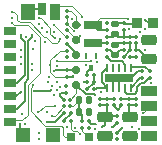
<source format=gbr>
%TF.GenerationSoftware,KiCad,Pcbnew,8.0.7*%
%TF.CreationDate,2025-01-06T01:22:00-08:00*%
%TF.ProjectId,Miniscope-v4-Wire-Free,4d696e69-7363-46f7-9065-2d76342d5769,rev?*%
%TF.SameCoordinates,Original*%
%TF.FileFunction,Copper,L1,Top*%
%TF.FilePolarity,Positive*%
%FSLAX46Y46*%
G04 Gerber Fmt 4.6, Leading zero omitted, Abs format (unit mm)*
G04 Created by KiCad (PCBNEW 8.0.7) date 2025-01-06 01:22:00*
%MOMM*%
%LPD*%
G01*
G04 APERTURE LIST*
G04 Aperture macros list*
%AMRoundRect*
0 Rectangle with rounded corners*
0 $1 Rounding radius*
0 $2 $3 $4 $5 $6 $7 $8 $9 X,Y pos of 4 corners*
0 Add a 4 corners polygon primitive as box body*
4,1,4,$2,$3,$4,$5,$6,$7,$8,$9,$2,$3,0*
0 Add four circle primitives for the rounded corners*
1,1,$1+$1,$2,$3*
1,1,$1+$1,$4,$5*
1,1,$1+$1,$6,$7*
1,1,$1+$1,$8,$9*
0 Add four rect primitives between the rounded corners*
20,1,$1+$1,$2,$3,$4,$5,0*
20,1,$1+$1,$4,$5,$6,$7,0*
20,1,$1+$1,$6,$7,$8,$9,0*
20,1,$1+$1,$8,$9,$2,$3,0*%
G04 Aperture macros list end*
%TA.AperFunction,SMDPad,CuDef*%
%ADD10RoundRect,0.077500X-0.077500X-0.092500X0.077500X-0.092500X0.077500X0.092500X-0.077500X0.092500X0*%
%TD*%
%TA.AperFunction,SMDPad,CuDef*%
%ADD11R,1.200000X1.150000*%
%TD*%
%TA.AperFunction,SMDPad,CuDef*%
%ADD12R,1.200000X1.450000*%
%TD*%
%TA.AperFunction,SMDPad,CuDef*%
%ADD13R,0.700000X1.000000*%
%TD*%
%TA.AperFunction,SMDPad,CuDef*%
%ADD14R,0.900000X1.400000*%
%TD*%
%TA.AperFunction,SMDPad,CuDef*%
%ADD15R,1.000000X0.700000*%
%TD*%
%TA.AperFunction,SMDPad,CuDef*%
%ADD16R,1.320800X0.812800*%
%TD*%
%TA.AperFunction,SMDPad,CuDef*%
%ADD17RoundRect,0.145000X0.145000X0.170000X-0.145000X0.170000X-0.145000X-0.170000X0.145000X-0.170000X0*%
%TD*%
%TA.AperFunction,SMDPad,CuDef*%
%ADD18RoundRect,0.077500X0.092500X-0.077500X0.092500X0.077500X-0.092500X0.077500X-0.092500X-0.077500X0*%
%TD*%
%TA.AperFunction,SMDPad,CuDef*%
%ADD19RoundRect,0.077500X-0.092500X0.077500X-0.092500X-0.077500X0.092500X-0.077500X0.092500X0.077500X0*%
%TD*%
%TA.AperFunction,SMDPad,CuDef*%
%ADD20RoundRect,0.077500X0.077500X0.092500X-0.077500X0.092500X-0.077500X-0.092500X0.077500X-0.092500X0*%
%TD*%
%TA.AperFunction,SMDPad,CuDef*%
%ADD21RoundRect,0.232500X0.427500X-0.232500X0.427500X0.232500X-0.427500X0.232500X-0.427500X-0.232500X0*%
%TD*%
%TA.AperFunction,SMDPad,CuDef*%
%ADD22RoundRect,0.145000X-0.170000X0.145000X-0.170000X-0.145000X0.170000X-0.145000X0.170000X0.145000X0*%
%TD*%
%TA.AperFunction,SMDPad,CuDef*%
%ADD23RoundRect,0.222500X0.222500X0.237500X-0.222500X0.237500X-0.222500X-0.237500X0.222500X-0.237500X0*%
%TD*%
%TA.AperFunction,SMDPad,CuDef*%
%ADD24R,1.500000X0.800000*%
%TD*%
%TA.AperFunction,SMDPad,CuDef*%
%ADD25R,0.270000X0.640000*%
%TD*%
%TA.AperFunction,SMDPad,CuDef*%
%ADD26R,2.390000X0.640000*%
%TD*%
%TA.AperFunction,SMDPad,CuDef*%
%ADD27R,0.210000X0.490000*%
%TD*%
%TA.AperFunction,SMDPad,CuDef*%
%ADD28R,0.300000X0.490000*%
%TD*%
%TA.AperFunction,SMDPad,CuDef*%
%ADD29C,0.700000*%
%TD*%
%TA.AperFunction,SMDPad,CuDef*%
%ADD30R,0.770000X0.710000*%
%TD*%
%TA.AperFunction,ViaPad*%
%ADD31C,0.254000*%
%TD*%
%TA.AperFunction,ViaPad*%
%ADD32C,0.304800*%
%TD*%
%TA.AperFunction,Conductor*%
%ADD33C,0.101600*%
%TD*%
%TA.AperFunction,Conductor*%
%ADD34C,0.152400*%
%TD*%
G04 APERTURE END LIST*
D10*
%TO.P,R21,1*%
%TO.N,+1V8*%
X84761600Y-66448000D03*
%TO.P,R21,2*%
%TO.N,/nRESET*%
X85311600Y-66448000D03*
%TD*%
D11*
%TO.P,J1,G1,GND*%
%TO.N,GND*%
X81300000Y-69425000D03*
%TO.P,J1,G2,GND*%
X83890000Y-69425000D03*
D12*
%TO.P,J1,G3,GND*%
X81740000Y-59025000D03*
D13*
%TO.P,J1,G4,POL*%
X82890000Y-58800000D03*
D14*
%TO.P,J1,G5,DET*%
%TO.N,/SD_DET*%
X84040000Y-59000000D03*
D15*
%TO.P,J1,P1,DAT2*%
%TO.N,/SD_DAT2*%
X80250000Y-60650000D03*
%TO.P,J1,P2,CD/DAT3*%
%TO.N,/SD_DAT3*%
X80250000Y-61750000D03*
%TO.P,J1,P3,CMD*%
%TO.N,/SD_CMD*%
X80250000Y-62850000D03*
%TO.P,J1,P4,VDD*%
%TO.N,+3V3*%
X80250000Y-63950000D03*
%TO.P,J1,P5,CLK*%
%TO.N,/SD_CLK*%
X80250000Y-65050000D03*
%TO.P,J1,P6,VSS*%
%TO.N,GND*%
X80250000Y-66150000D03*
%TO.P,J1,P7,DAT0*%
%TO.N,/SD_DAT0*%
X80250000Y-67250000D03*
%TO.P,J1,P8,DAT1*%
%TO.N,/SD_DAT1*%
X80250000Y-68350000D03*
%TD*%
D16*
%TO.P,J2,1,Pin_1*%
%TO.N,GND*%
X91973000Y-69576900D03*
%TO.P,J2,2,Pin_2*%
%TO.N,/UART_RX*%
X91973000Y-68306900D03*
%TO.P,J2,3,Pin_3*%
%TO.N,/UART_TX*%
X91973000Y-67036900D03*
%TO.P,J2,4,Pin_4*%
%TO.N,/USB_VBUS*%
X91973000Y-65766900D03*
%TD*%
D17*
%TO.P,C2,1*%
%TO.N,VDC*%
X86933200Y-67468000D03*
%TO.P,C2,2*%
%TO.N,GND*%
X86043200Y-67468000D03*
%TD*%
D18*
%TO.P,C3,1*%
%TO.N,+1V8*%
X87807400Y-66918200D03*
%TO.P,C3,2*%
%TO.N,Net-(C3-Pad2)*%
X87807400Y-66368200D03*
%TD*%
%TO.P,C4,1*%
%TO.N,+3V3*%
X90857000Y-66917500D03*
%TO.P,C4,2*%
%TO.N,Net-(C4-Pad2)*%
X90857000Y-66367500D03*
%TD*%
%TO.P,C5,1*%
%TO.N,VDC*%
X89307600Y-69800400D03*
%TO.P,C5,2*%
%TO.N,GND*%
X89307600Y-69250400D03*
%TD*%
%TO.P,C13,1*%
%TO.N,+3V3*%
X91424700Y-64614800D03*
%TO.P,C13,2*%
%TO.N,GND*%
X91424700Y-64064800D03*
%TD*%
%TO.P,C17,1*%
%TO.N,Net-(C17-Pad1)*%
X88418600Y-62840800D03*
%TO.P,C17,2*%
%TO.N,GND*%
X88418600Y-62290800D03*
%TD*%
%TO.P,C42,1*%
%TO.N,/VDD_PIX*%
X85013400Y-64517200D03*
%TO.P,C42,2*%
%TO.N,GND*%
X85013400Y-63967200D03*
%TD*%
%TO.P,C43,1*%
%TO.N,+1V8*%
X84988000Y-65863400D03*
%TO.P,C43,2*%
%TO.N,GND*%
X84988000Y-65313400D03*
%TD*%
D19*
%TO.P,C45,1*%
%TO.N,/VDD_PIX*%
X85038800Y-62316200D03*
%TO.P,C45,2*%
%TO.N,GND*%
X85038800Y-62866200D03*
%TD*%
D18*
%TO.P,C46,1*%
%TO.N,+1V8*%
X85013400Y-61723200D03*
%TO.P,C46,2*%
%TO.N,GND*%
X85013400Y-61173200D03*
%TD*%
D10*
%TO.P,C47,1*%
%TO.N,+3V3*%
X84761600Y-67032200D03*
%TO.P,C47,2*%
%TO.N,GND*%
X85311600Y-67032200D03*
%TD*%
D20*
%TO.P,R1,1*%
%TO.N,Net-(R1-Pad1)*%
X86861000Y-68230000D03*
%TO.P,R1,2*%
%TO.N,GND*%
X86311000Y-68230000D03*
%TD*%
D10*
%TO.P,R2,1*%
%TO.N,Net-(D2-Pad2)*%
X86311000Y-68843400D03*
%TO.P,R2,2*%
%TO.N,VDC*%
X86861000Y-68843400D03*
%TD*%
D18*
%TO.P,R3,1*%
%TO.N,+1V8*%
X88418600Y-66917500D03*
%TO.P,R3,2*%
%TO.N,Net-(C3-Pad2)*%
X88418600Y-66367500D03*
%TD*%
%TO.P,R5,1*%
%TO.N,GND*%
X89026600Y-66917500D03*
%TO.P,R5,2*%
%TO.N,Net-(C3-Pad2)*%
X89026600Y-66367500D03*
%TD*%
%TO.P,R6,1*%
%TO.N,GND*%
X89637800Y-66917500D03*
%TO.P,R6,2*%
%TO.N,Net-(C4-Pad2)*%
X89637800Y-66367500D03*
%TD*%
D21*
%TO.P,L2,1*%
%TO.N,Net-(L2-Pad1)*%
X90374400Y-69532600D03*
%TO.P,L2,2*%
%TO.N,+3V3*%
X90374400Y-67892600D03*
%TD*%
D18*
%TO.P,C18,1*%
%TO.N,/XIN32*%
X88418600Y-61702200D03*
%TO.P,C18,2*%
%TO.N,GND*%
X88418600Y-61152200D03*
%TD*%
%TO.P,C23,1*%
%TO.N,/VDDCORE*%
X90907800Y-61697800D03*
%TO.P,C23,2*%
%TO.N,GND*%
X90907800Y-61147800D03*
%TD*%
D19*
%TO.P,C29,1*%
%TO.N,/VDDCORE*%
X90907800Y-62290800D03*
%TO.P,C29,2*%
%TO.N,GND*%
X90907800Y-62840800D03*
%TD*%
D18*
%TO.P,C19,1*%
%TO.N,+1V8*%
X90374400Y-61697800D03*
%TO.P,C19,2*%
%TO.N,GND*%
X90374400Y-61147800D03*
%TD*%
%TO.P,C22,1*%
%TO.N,+1V8*%
X89841000Y-62840800D03*
%TO.P,C22,2*%
%TO.N,GND*%
X89841000Y-62290800D03*
%TD*%
D19*
%TO.P,C25,1*%
%TO.N,+1V8*%
X90374400Y-62290800D03*
%TO.P,C25,2*%
%TO.N,GND*%
X90374400Y-62840800D03*
%TD*%
D22*
%TO.P,C26,1*%
%TO.N,/VDDA*%
X89129800Y-60025800D03*
%TO.P,C26,2*%
%TO.N,GND*%
X89129800Y-60915800D03*
%TD*%
D18*
%TO.P,C28,1*%
%TO.N,+1V8*%
X89841000Y-61697800D03*
%TO.P,C28,2*%
%TO.N,GND*%
X89841000Y-61147800D03*
%TD*%
D22*
%TO.P,C35,1*%
%TO.N,+1V8*%
X89129800Y-61816000D03*
%TO.P,C35,2*%
%TO.N,GND*%
X89129800Y-62706000D03*
%TD*%
D23*
%TO.P,L3,1*%
%TO.N,+1V8*%
X92293400Y-59988400D03*
%TO.P,L3,2*%
%TO.N,/VDDA*%
X90963400Y-59988400D03*
%TD*%
D18*
%TO.P,R11,1*%
%TO.N,+1V8*%
X85013400Y-59460760D03*
%TO.P,R11,2*%
%TO.N,/SWCLK*%
X85013400Y-58910760D03*
%TD*%
D19*
%TO.P,R12,1*%
%TO.N,+1V8*%
X85008320Y-60043600D03*
%TO.P,R12,2*%
%TO.N,/SWDIO*%
X85008320Y-60593600D03*
%TD*%
D20*
%TO.P,R13,1*%
%TO.N,/BAT+*%
X85337000Y-68230000D03*
%TO.P,R13,2*%
%TO.N,/ADC0*%
X84787000Y-68230000D03*
%TD*%
%TO.P,R14,1*%
%TO.N,/ADC0*%
X85340800Y-67620400D03*
%TO.P,R14,2*%
%TO.N,GND*%
X84790800Y-67620400D03*
%TD*%
D24*
%TO.P,Y2,1,1*%
%TO.N,/XIN32*%
X87250200Y-61664800D03*
%TO.P,Y2,2,2*%
%TO.N,/XOUT32*%
X87250200Y-60164800D03*
%TD*%
D21*
%TO.P,L5,1*%
%TO.N,/VDDCORE*%
X91988240Y-63028360D03*
%TO.P,L5,2*%
%TO.N,Net-(L5-Pad2)*%
X91988240Y-61388360D03*
%TD*%
D18*
%TO.P,C20,1*%
%TO.N,/XOUT32*%
X88418600Y-60559200D03*
%TO.P,C20,2*%
%TO.N,GND*%
X88418600Y-60009200D03*
%TD*%
D17*
%TO.P,C1,1*%
%TO.N,/USB_VBUS*%
X86933200Y-66502800D03*
%TO.P,C1,2*%
%TO.N,GND*%
X86043200Y-66502800D03*
%TD*%
D18*
%TO.P,R4,1*%
%TO.N,+3V3*%
X90247400Y-66917500D03*
%TO.P,R4,2*%
%TO.N,Net-(C4-Pad2)*%
X90247400Y-66367500D03*
%TD*%
D25*
%TO.P,U3,1,CP*%
%TO.N,Net-(C15-Pad1)*%
X90434600Y-63757800D03*
%TO.P,U3,2,eCPO*%
%TO.N,Net-(C17-Pad1)*%
X89934600Y-63757800D03*
%TO.P,U3,3,I_LED*%
%TO.N,/I_LED*%
X89434600Y-63757800D03*
%TO.P,U3,4,ENT*%
%TO.N,/ENT*%
X88934600Y-63757800D03*
%TO.P,U3,5,I_SETT*%
%TO.N,/I_SET*%
X88434600Y-63757800D03*
%TO.P,U3,6,I_SETF*%
X88434600Y-65437800D03*
%TO.P,U3,7,ENF*%
%TO.N,GND*%
X88934600Y-65437800D03*
%TO.P,U3,8,GND*%
X89434600Y-65437800D03*
%TO.P,U3,9,CM*%
%TO.N,Net-(C15-Pad2)*%
X89934600Y-65437800D03*
%TO.P,U3,10,VIN*%
%TO.N,+3V3*%
X90434600Y-65437800D03*
D26*
%TO.P,U3,11,GND*%
%TO.N,GND*%
X89434600Y-64597800D03*
%TD*%
D27*
%TO.P,Q1,1,G*%
%TO.N,/LED_PWM*%
X87472400Y-62746600D03*
%TO.P,Q1,2,S*%
%TO.N,GND*%
X86672400Y-62746600D03*
D28*
%TO.P,Q1,3,D*%
%TO.N,Net-(Q1-Pad3)*%
X87072400Y-63756600D03*
%TD*%
D20*
%TO.P,C14,1*%
%TO.N,Net-(C14-Pad1)*%
X87305500Y-65000200D03*
%TO.P,C14,2*%
%TO.N,GND*%
X86755500Y-65000200D03*
%TD*%
%TO.P,R10,1*%
%TO.N,/I_SET*%
X87318200Y-65584400D03*
%TO.P,R10,2*%
%TO.N,Net-(C14-Pad1)*%
X86768200Y-65584400D03*
%TD*%
%TO.P,R9,1*%
%TO.N,Net-(C14-Pad1)*%
X87305500Y-64403300D03*
%TO.P,R9,2*%
%TO.N,Net-(Q1-Pad3)*%
X86755500Y-64403300D03*
%TD*%
D21*
%TO.P,L1,1*%
%TO.N,Net-(L1-Pad1)*%
X88215400Y-69532600D03*
%TO.P,L1,2*%
%TO.N,+1V8*%
X88215400Y-67892600D03*
%TD*%
D29*
%TO.P,J5,1,Pin_1*%
%TO.N,GND*%
X85828800Y-63911800D03*
%TD*%
%TO.P,J7,1,Pin_1*%
%TO.N,/SWCLK*%
X85828800Y-60101800D03*
%TD*%
%TO.P,J6,1,Pin_1*%
%TO.N,+1V8*%
X85828800Y-62641800D03*
%TD*%
%TO.P,J8,1,Pin_1*%
%TO.N,/nRESET*%
X85828800Y-65181800D03*
%TD*%
%TO.P,J4,1,Pin_1*%
%TO.N,/SWDIO*%
X85828800Y-61371800D03*
%TD*%
D30*
%TO.P,D2,1,K*%
%TO.N,Net-(D2-Pad1)*%
X85398800Y-69648400D03*
%TO.P,D2,2,A*%
%TO.N,Net-(D2-Pad2)*%
X86858800Y-69648400D03*
%TD*%
D19*
%TO.P,C24,1*%
%TO.N,/VDDA*%
X89841000Y-60000400D03*
%TO.P,C24,2*%
%TO.N,GND*%
X89841000Y-60550400D03*
%TD*%
%TO.P,C15,1*%
%TO.N,Net-(C15-Pad1)*%
X92047000Y-64064800D03*
%TO.P,C15,2*%
%TO.N,Net-(C15-Pad2)*%
X92047000Y-64614800D03*
%TD*%
D18*
%TO.P,R20,1*%
%TO.N,/nCHRG*%
X89303800Y-68424800D03*
%TO.P,R20,2*%
%TO.N,+1V8*%
X89303800Y-67874800D03*
%TD*%
D31*
%TO.N,Net-(R22-Pad1)*%
X84046000Y-66989600D03*
D32*
X82598200Y-67540200D03*
D31*
%TO.N,GND*%
X85049800Y-62858600D03*
D32*
X86131000Y-67544900D03*
X83210000Y-61537800D03*
X81051000Y-68497400D03*
X83946500Y-60170600D03*
X83819600Y-69551500D03*
X85474133Y-59612893D03*
D31*
X89129800Y-60915800D03*
D32*
X82090200Y-63476200D03*
X88417000Y-59963000D03*
D31*
X84999000Y-65322400D03*
D32*
X85032200Y-68810200D03*
X82079700Y-63988900D03*
X83349700Y-68357700D03*
X82625800Y-69275800D03*
X81889200Y-58464400D03*
X83932200Y-66033600D03*
D31*
X89698000Y-68853000D03*
X89850400Y-62299800D03*
D32*
X85722400Y-68835600D03*
D31*
X90907800Y-62840800D03*
D32*
X91615200Y-69707000D03*
X89318700Y-67316300D03*
X86446800Y-64941400D03*
X90282200Y-64535000D03*
X92060200Y-69335600D03*
X83556203Y-64504598D03*
X81127200Y-62274400D03*
X83957611Y-64010396D03*
D31*
X86672400Y-62754000D03*
D32*
X81571700Y-61131400D03*
X81114500Y-65779600D03*
%TO.N,/SD_DAT2*%
X79844500Y-60890100D03*
%TO.N,/SD_DAT3*%
X80187400Y-61741000D03*
%TO.N,/SD_DAT0*%
X82067000Y-61017100D03*
%TO.N,/SD_CMD*%
X79971500Y-62769700D03*
%TO.N,/SD_CLK*%
X81130607Y-61000993D03*
%TO.N,/SD_DAT1*%
X80352500Y-59937600D03*
%TO.N,/USB_VBUS*%
X86933200Y-66502800D03*
D31*
X91983500Y-65774900D03*
D32*
%TO.N,/SWCLK*%
X86154200Y-60123400D03*
%TO.N,/SWDIO*%
X86116600Y-61029800D03*
%TO.N,+1V8*%
X84160800Y-63595200D03*
X91676174Y-59683600D03*
X81508200Y-68522800D03*
D31*
X85828800Y-62641800D03*
D32*
X87920000Y-65805000D03*
X84465600Y-66006475D03*
X81114500Y-63447200D03*
X91145275Y-68904400D03*
D31*
X90374400Y-61697800D03*
D32*
X88021597Y-68785053D03*
X85664425Y-60683005D03*
X91676198Y-62223610D03*
X82143200Y-62210900D03*
X82706100Y-60017900D03*
%TO.N,/SPI1_MOSI*%
X83451300Y-64966800D03*
%TO.N,/SPI1_MISO*%
X83787717Y-65298375D03*
%TO.N,/SDMMC1_D0*%
X82884880Y-60430360D03*
%TO.N,/SDMMC1_D1*%
X82675813Y-59581213D03*
X83982160Y-61273640D03*
%TO.N,/SDMMC1_D3*%
X84454600Y-61359968D03*
X80365202Y-59074000D03*
%TO.N,/SDMMC1_CMD*%
X80377900Y-59505800D03*
%TO.N,/SDMMC1_CK*%
X82346400Y-61461600D03*
D31*
%TO.N,+3V3*%
X90079000Y-67913200D03*
D32*
X80035000Y-63950800D03*
X83792000Y-67802000D03*
D31*
X90434600Y-65576400D03*
D32*
X83946500Y-60720600D03*
X81114500Y-62833200D03*
X81216100Y-67684600D03*
X83311500Y-60720600D03*
X83652687Y-65681699D03*
X82259295Y-65741708D03*
X91424700Y-64644610D03*
D31*
%TO.N,/LED_PWM*%
X87472400Y-62746600D03*
D32*
X91245317Y-60771100D03*
D31*
%TO.N,VDC*%
X86861000Y-68843400D03*
D32*
X87043200Y-67349700D03*
X82625800Y-69830900D03*
X89307600Y-69800400D03*
D31*
%TO.N,/ENT*%
X88936000Y-63747600D03*
D32*
X90290855Y-60437692D03*
%TO.N,/VDD_PIX*%
X85546000Y-64489600D03*
X83627400Y-63519002D03*
%TO.N,Net-(C3-Pad2)*%
X87808100Y-66367500D03*
%TO.N,Net-(C4-Pad2)*%
X90857000Y-66367500D03*
%TO.N,/VDDA*%
X89129800Y-60025800D03*
%TO.N,Net-(R1-Pad1)*%
X87449600Y-68480000D03*
%TO.N,Net-(D2-Pad1)*%
X82191800Y-65254200D03*
%TO.N,/RESET_N*%
X84480000Y-65346075D03*
X86614267Y-63531700D03*
%TO.N,/TRIGGER0*%
X87550000Y-63250000D03*
X84165513Y-65676275D03*
%TO.N,/MONITOR0*%
X83334800Y-67471800D03*
%TO.N,/BAT+*%
X86125873Y-69346527D03*
%TO.N,Net-(L1-Pad1)*%
X87945402Y-69462600D03*
%TO.N,Net-(L2-Pad1)*%
X90614100Y-69513400D03*
%TO.N,/XIN32*%
X91628400Y-60466300D03*
D31*
X88418600Y-61702200D03*
D32*
%TO.N,/XOUT32*%
X90167400Y-59640800D03*
%TO.N,/VDDCORE*%
X91589800Y-62993600D03*
%TO.N,/nRESET*%
X87437400Y-66084400D03*
%TO.N,Net-(L5-Pad2)*%
X91615200Y-61410790D03*
%TO.N,/CLK1_OUT*%
X84150000Y-63150000D03*
X87058100Y-63224392D03*
D31*
%TO.N,/ADC0*%
X85340800Y-67650200D03*
D32*
X90536200Y-68776800D03*
%TO.N,/PCC_DATA7*%
X84175200Y-65002360D03*
D31*
%TO.N,/I_LED*%
X89443500Y-63730200D03*
D32*
X92123196Y-65025600D03*
%TO.N,/UART_RX*%
X91704600Y-68319600D03*
%TO.N,/UART_TX*%
X91441871Y-67629458D03*
%TO.N,/SD_DET*%
X86281200Y-59488402D03*
%TO.N,/nCHRG*%
X88872000Y-68810200D03*
X87398800Y-68962600D03*
%TD*%
D33*
%TO.N,Net-(R22-Pad1)*%
X83148800Y-66989600D02*
X84046000Y-66989600D01*
X82598200Y-67540200D02*
X83148800Y-66989600D01*
%TO.N,GND*%
X85311600Y-67032200D02*
X85513800Y-67032200D01*
D34*
X89434600Y-64597800D02*
X90374600Y-64597800D01*
X89841000Y-62290800D02*
X89545000Y-62290800D01*
X90907800Y-61147800D02*
X90374400Y-61147800D01*
D33*
X85513800Y-67032200D02*
X86043200Y-66502800D01*
D34*
X88418600Y-61152200D02*
X88893400Y-61152200D01*
X84790800Y-67620400D02*
X84053500Y-68357700D01*
D33*
X85013400Y-61173200D02*
X84949100Y-61173200D01*
D34*
X85773400Y-63967200D02*
X85828800Y-63911800D01*
X86311000Y-67735800D02*
X86043200Y-67468000D01*
X89545000Y-62290800D02*
X89129800Y-62706000D01*
X85996800Y-66456400D02*
X86043200Y-66502800D01*
X89128900Y-64597800D02*
X89434600Y-64597800D01*
X90374400Y-62840800D02*
X90907800Y-62840800D01*
X85038800Y-62866200D02*
X85042200Y-62866200D01*
X84053500Y-68357700D02*
X83349700Y-68357700D01*
X84988000Y-65313400D02*
X84990000Y-65313400D01*
X80250000Y-66150000D02*
X80744100Y-66150000D01*
X89637800Y-66917500D02*
X89637800Y-66997200D01*
X86311000Y-68230000D02*
X86311000Y-67735800D01*
X86672400Y-62754000D02*
X86675400Y-62757000D01*
X88934600Y-64792100D02*
X89128900Y-64597800D01*
X89291600Y-69259400D02*
X89698000Y-68853000D01*
X84990000Y-65313400D02*
X84999000Y-65322400D01*
X89841400Y-62290800D02*
X89850400Y-62299800D01*
X88714600Y-62290800D02*
X89129800Y-62706000D01*
X85013400Y-63967200D02*
X85773400Y-63967200D01*
X80744100Y-66150000D02*
X81114500Y-65779600D01*
X86755500Y-64996100D02*
X86751600Y-64992200D01*
X89026600Y-66917500D02*
X89026600Y-67024200D01*
X88934600Y-65437800D02*
X88934600Y-64792100D01*
D33*
X86672400Y-62746600D02*
X86672400Y-62754000D01*
D34*
X85042200Y-62866200D02*
X85049800Y-62858600D01*
X89841000Y-61147800D02*
X89361800Y-61147800D01*
X89361800Y-61147800D02*
X89129800Y-60915800D01*
D33*
X89300600Y-69250400D02*
X89291600Y-69259400D01*
D34*
X84000807Y-63967200D02*
X83957611Y-64010396D01*
X81300000Y-69425000D02*
X81051000Y-69176000D01*
X89434600Y-65437800D02*
X89434600Y-64597800D01*
D33*
X86505600Y-65000200D02*
X86446800Y-64941400D01*
D34*
X88418600Y-62290800D02*
X88714600Y-62290800D01*
X90374600Y-64597800D02*
X90434100Y-64657300D01*
X81051000Y-69176000D02*
X81051000Y-68497400D01*
X86755500Y-65000200D02*
X86755500Y-64996100D01*
X90374400Y-61147800D02*
X89841000Y-61147800D01*
X82890000Y-58800000D02*
X81965000Y-58800000D01*
D33*
X89307600Y-69250400D02*
X89300600Y-69250400D01*
D34*
X85013400Y-63967200D02*
X84000807Y-63967200D01*
X81965000Y-58800000D02*
X81740000Y-59025000D01*
X89841000Y-62290800D02*
X89841400Y-62290800D01*
X88893400Y-61152200D02*
X89129800Y-60915800D01*
X89841000Y-61147800D02*
X89841000Y-60550400D01*
X91026600Y-64064800D02*
X90434100Y-64657300D01*
D33*
X84949100Y-61173200D02*
X83946500Y-60170600D01*
D34*
X89026600Y-67024200D02*
X89318700Y-67316300D01*
X91424700Y-64064800D02*
X91026600Y-64064800D01*
X89637800Y-66997200D02*
X89318700Y-67316300D01*
D33*
X86755500Y-65000200D02*
X86505600Y-65000200D01*
D34*
X86043200Y-66502800D02*
X86043200Y-67468000D01*
%TO.N,/SD_DAT0*%
X80798100Y-67250000D02*
X80250000Y-67250000D01*
X81455189Y-65016547D02*
X81455189Y-66592911D01*
X82067000Y-61017100D02*
X82067000Y-61193200D01*
X81736810Y-61523390D02*
X81736810Y-64734926D01*
X81736810Y-64734926D02*
X81455189Y-65016547D01*
X82067000Y-61193200D02*
X81736810Y-61523390D01*
X81455189Y-66592911D02*
X80798100Y-67250000D01*
%TO.N,/SD_CLK*%
X81482800Y-64393600D02*
X80826400Y-65050000D01*
X81130607Y-61200007D02*
X81482800Y-61552200D01*
X81482800Y-61552200D02*
X81482800Y-64393600D01*
X80826400Y-65050000D02*
X80250000Y-65050000D01*
X81130607Y-61000993D02*
X81130607Y-61200007D01*
D33*
%TO.N,/SD_DAT1*%
X82763800Y-61156800D02*
X82763800Y-64166700D01*
X80407401Y-68192599D02*
X80250000Y-68350000D01*
X82763800Y-64166700D02*
X81722400Y-65208100D01*
X81722400Y-67722700D02*
X81252501Y-68192599D01*
X81252501Y-68192599D02*
X80407401Y-68192599D01*
X81735100Y-60128100D02*
X82763800Y-61156800D01*
X80543000Y-60128100D02*
X81735100Y-60128100D01*
X81722400Y-65208100D02*
X81722400Y-67722700D01*
D34*
X80631900Y-68116400D02*
X80403300Y-68345000D01*
D33*
X80352500Y-59937600D02*
X80543000Y-60128100D01*
D34*
%TO.N,/USB_VBUS*%
X91975500Y-65766900D02*
X91983500Y-65774900D01*
X91973000Y-65766900D02*
X91975500Y-65766900D01*
D33*
%TO.N,/SWCLK*%
X85828800Y-59395800D02*
X85343760Y-58910760D01*
X85343760Y-58910760D02*
X85013400Y-58910760D01*
X85828800Y-60101800D02*
X85828800Y-60118600D01*
X85828800Y-60118600D02*
X85824000Y-60123400D01*
X85828800Y-60101800D02*
X85828800Y-59395800D01*
%TO.N,/SWDIO*%
X86000000Y-61200600D02*
X85828800Y-61371800D01*
X85828800Y-61371800D02*
X86032900Y-61575900D01*
X85478801Y-61021801D02*
X85436521Y-61021801D01*
X85828800Y-61553109D02*
X85851600Y-61575909D01*
X85436521Y-61021801D02*
X85008320Y-60593600D01*
X85828800Y-61371800D02*
X85478801Y-61021801D01*
X86120000Y-61080600D02*
X85828800Y-61371800D01*
X85828800Y-61317600D02*
X86116600Y-61029800D01*
X85828800Y-61371800D02*
X85828800Y-61317600D01*
X85050600Y-60593600D02*
X85008320Y-60593600D01*
X85828800Y-61371800D02*
X85828800Y-61553109D01*
D34*
%TO.N,+1V8*%
X85828800Y-62641800D02*
X85828800Y-62538600D01*
X92201120Y-60008720D02*
X92001294Y-60008720D01*
D33*
X85013400Y-59460760D02*
X85013400Y-60038520D01*
D34*
X84465600Y-66152000D02*
X84761600Y-66448000D01*
D33*
X85013400Y-60038520D02*
X85008320Y-60043600D01*
D34*
X87808100Y-66917500D02*
X87807400Y-66918200D01*
D33*
X85008320Y-60043600D02*
X85025020Y-60043600D01*
D34*
X88418600Y-66917500D02*
X88418600Y-67689400D01*
X84608675Y-65863400D02*
X84465600Y-66006475D01*
X85828800Y-62538600D02*
X85013400Y-61723200D01*
X88418600Y-66917500D02*
X87808100Y-66917500D01*
X84465600Y-66006475D02*
X84465600Y-66152000D01*
X89841000Y-62824200D02*
X90374400Y-62290800D01*
X89303800Y-67874800D02*
X88233200Y-67874800D01*
X89841000Y-61697800D02*
X90374400Y-61697800D01*
X89248000Y-61697800D02*
X89129800Y-61816000D01*
X90374400Y-61697800D02*
X90374400Y-62290800D01*
X88215400Y-67892600D02*
X88215400Y-68591250D01*
X89841000Y-62840800D02*
X89841000Y-62824200D01*
X88418600Y-67689400D02*
X88215400Y-67892600D01*
D33*
X85025020Y-60043600D02*
X85664425Y-60683005D01*
D34*
X89841000Y-61697800D02*
X89248000Y-61697800D01*
X88215400Y-68591250D02*
X88021597Y-68785053D01*
X88233200Y-67874800D02*
X88215400Y-67892600D01*
X84988000Y-65863400D02*
X84608675Y-65863400D01*
X92001294Y-60008720D02*
X91676174Y-59683600D01*
D33*
%TO.N,/SDMMC1_D1*%
X83627400Y-60387787D02*
X82820826Y-59581213D01*
X82820826Y-59581213D02*
X82675813Y-59581213D01*
X83627400Y-60918880D02*
X83627400Y-60387787D01*
X83982160Y-61273640D02*
X83627400Y-60918880D01*
%TO.N,/SDMMC1_D3*%
X80580728Y-59074000D02*
X80817320Y-59310592D01*
X81040578Y-59924900D02*
X81871420Y-59924900D01*
X80365202Y-59074000D02*
X80580728Y-59074000D01*
X81871420Y-59924900D02*
X83065220Y-61118700D01*
X83258494Y-61118700D02*
X83779194Y-61639400D01*
X84175168Y-61639400D02*
X84454600Y-61359968D01*
X80817320Y-59701642D02*
X81040578Y-59924900D01*
X83065220Y-61118700D02*
X83258494Y-61118700D01*
X83779194Y-61639400D02*
X84175168Y-61639400D01*
X80817320Y-59310592D02*
X80817320Y-59701642D01*
D34*
%TO.N,+3V3*%
X91424700Y-64614800D02*
X91424700Y-64614800D01*
D33*
X83991800Y-67802000D02*
X84761600Y-67032200D01*
X83792000Y-67802000D02*
X83991800Y-67802000D01*
D34*
X90434600Y-65437800D02*
X91227790Y-64644610D01*
X90434600Y-65437800D02*
X90434600Y-65576400D01*
X82259295Y-65741708D02*
X83592678Y-65741708D01*
X90434600Y-65437800D02*
X90435200Y-65437800D01*
X90247400Y-66917500D02*
X90857000Y-66917500D01*
X83592678Y-65741708D02*
X83652687Y-65681699D01*
X90247400Y-67765600D02*
X90374400Y-67892600D01*
X90247400Y-66917500D02*
X90247400Y-67765600D01*
X91227790Y-64644610D02*
X91424700Y-64644610D01*
%TO.N,Net-(Q1-Pad3)*%
X86745000Y-64458800D02*
X86745000Y-64084000D01*
X86745000Y-64084000D02*
X87072400Y-63756600D01*
%TO.N,VDC*%
X86933200Y-67468000D02*
X86933200Y-67459700D01*
X86933200Y-67459700D02*
X87043200Y-67349700D01*
%TO.N,Net-(C15-Pad2)*%
X91591702Y-65043000D02*
X91310058Y-65043000D01*
X92047000Y-64614800D02*
X92019902Y-64614800D01*
X90137800Y-65990800D02*
X89934600Y-65787600D01*
X90756800Y-65990800D02*
X90137800Y-65990800D01*
X92019902Y-64614800D02*
X91591702Y-65043000D01*
X90992900Y-65360158D02*
X90992900Y-65754700D01*
X90992900Y-65754700D02*
X90756800Y-65990800D01*
X89934600Y-65787600D02*
X89934600Y-65437800D01*
X91310058Y-65043000D02*
X90992900Y-65360158D01*
%TO.N,/ENT*%
X88934600Y-63749000D02*
X88936000Y-63747600D01*
X88934600Y-63757800D02*
X88934600Y-63749000D01*
%TO.N,Net-(C17-Pad1)*%
X89934600Y-63482758D02*
X89653342Y-63201500D01*
X89653342Y-63201500D02*
X88779300Y-63201500D01*
X89934600Y-63757800D02*
X89934600Y-63482758D01*
X88779300Y-63201500D02*
X88418600Y-62840800D01*
%TO.N,Net-(C15-Pad1)*%
X90434600Y-63757800D02*
X90495600Y-63696800D01*
X91679000Y-63696800D02*
X92047000Y-64064800D01*
X90495600Y-63696800D02*
X91679000Y-63696800D01*
%TO.N,/VDD_PIX*%
X85518400Y-64517200D02*
X85546000Y-64489600D01*
D33*
X83627400Y-64144727D02*
X83627400Y-63519002D01*
X83999873Y-64517200D02*
X83627400Y-64144727D01*
X83627400Y-63112600D02*
X83627400Y-63519002D01*
X84423800Y-62316200D02*
X83627400Y-63112600D01*
X85038800Y-62316200D02*
X84423800Y-62316200D01*
X85013400Y-64517200D02*
X83999873Y-64517200D01*
D34*
X85013400Y-64517200D02*
X85518400Y-64517200D01*
%TO.N,Net-(C3-Pad2)*%
X87808100Y-66367500D02*
X87807400Y-66368200D01*
X88418600Y-66367500D02*
X89026600Y-66367500D01*
X88418600Y-66367500D02*
X87808100Y-66367500D01*
X87808100Y-66367500D02*
X87808100Y-66367500D01*
%TO.N,Net-(C4-Pad2)*%
X90247400Y-66367500D02*
X89637800Y-66367500D01*
X90247400Y-66367500D02*
X90857000Y-66367500D01*
%TO.N,Net-(C14-Pad1)*%
X87305500Y-65047100D02*
X86768200Y-65584400D01*
X87295000Y-65081100D02*
X87307700Y-65093800D01*
X87295000Y-64458800D02*
X87295000Y-65081100D01*
X87305500Y-65000200D02*
X87305500Y-65047100D01*
%TO.N,/VDDA*%
X89879800Y-60039200D02*
X89841000Y-60000400D01*
X90871120Y-60008720D02*
X90840640Y-60039200D01*
X90840640Y-60039200D02*
X89879800Y-60039200D01*
X89841000Y-60000400D02*
X89155200Y-60000400D01*
X89155200Y-60000400D02*
X89129800Y-60025800D01*
%TO.N,Net-(R1-Pad1)*%
X87462300Y-68480000D02*
X87111000Y-68480000D01*
X87111000Y-68480000D02*
X86861000Y-68230000D01*
D33*
%TO.N,Net-(D2-Pad1)*%
X84565305Y-68669105D02*
X84681000Y-68784800D01*
X84681000Y-69419800D02*
X84909600Y-69648400D01*
X85398800Y-69648400D02*
X85398800Y-69502600D01*
X81954494Y-67427026D02*
X81954494Y-65491506D01*
X83196573Y-68669105D02*
X81954494Y-67427026D01*
X84565305Y-68669105D02*
X83196573Y-68669105D01*
X84909600Y-69648400D02*
X85398800Y-69648400D01*
X81954494Y-65491506D02*
X82191800Y-65254200D01*
X84681000Y-68784800D02*
X84681000Y-69419800D01*
D34*
%TO.N,/I_SET*%
X87344000Y-65639200D02*
X87545400Y-65437800D01*
X87997900Y-64194500D02*
X88434600Y-63757800D01*
X87545400Y-65437800D02*
X88434600Y-65437800D01*
X87296600Y-65639200D02*
X87344000Y-65639200D01*
X88434600Y-65437800D02*
X87997900Y-65001100D01*
X87997900Y-65001100D02*
X87997900Y-64194500D01*
D33*
%TO.N,/BAT+*%
X85337000Y-68901306D02*
X85337000Y-68230000D01*
X85919747Y-69140401D02*
X85576095Y-69140401D01*
X86125873Y-69346527D02*
X85919747Y-69140401D01*
X85576095Y-69140401D02*
X85337000Y-68901306D01*
D34*
%TO.N,Net-(L1-Pad1)*%
X87877400Y-69532600D02*
X87870900Y-69526100D01*
X88215400Y-69532600D02*
X87877400Y-69532600D01*
%TO.N,/XIN32*%
X88418600Y-61702200D02*
X87287600Y-61702200D01*
X87287600Y-61702200D02*
X87250200Y-61664800D01*
%TO.N,/XOUT32*%
X88418600Y-60559200D02*
X87644600Y-60559200D01*
D33*
X87831610Y-59583390D02*
X90109990Y-59583390D01*
X90109990Y-59583390D02*
X90167400Y-59640800D01*
X87250200Y-60164800D02*
X87537790Y-60164800D01*
X87250200Y-60164800D02*
X87831610Y-59583390D01*
D34*
X87644600Y-60559200D02*
X87250200Y-60164800D01*
D33*
X87537790Y-60164800D02*
X87807400Y-59895190D01*
D34*
%TO.N,/VDDCORE*%
X91136800Y-62290800D02*
X91874360Y-63028360D01*
X91874360Y-63028360D02*
X91988240Y-63028360D01*
X90907800Y-62290800D02*
X91136800Y-62290800D01*
X90907800Y-61697800D02*
X90907800Y-62290800D01*
D33*
%TO.N,/nRESET*%
X85311600Y-66448000D02*
X85828800Y-65930800D01*
D34*
X86629800Y-65982800D02*
X87335800Y-65982800D01*
X87335800Y-65982800D02*
X87437400Y-66084400D01*
X85828800Y-65181800D02*
X86629800Y-65982800D01*
D33*
X85828800Y-65930800D02*
X85828800Y-65181800D01*
%TO.N,/CLK1_OUT*%
X87058100Y-63224392D02*
X87033708Y-63200000D01*
X84200000Y-63200000D02*
X84150000Y-63150000D01*
X87033708Y-63200000D02*
X84200000Y-63200000D01*
D34*
%TO.N,/ADC0*%
X84787000Y-68230000D02*
X84787000Y-68204000D01*
D33*
X85340800Y-67620400D02*
X85340800Y-67650200D01*
D34*
X84787000Y-68204000D02*
X85340800Y-67650200D01*
%TO.N,/I_LED*%
X89434600Y-63739100D02*
X89443500Y-63730200D01*
X89434600Y-63757800D02*
X89434600Y-63739100D01*
D33*
%TO.N,/UART_RX*%
X91973000Y-68306900D02*
X91717300Y-68306900D01*
X91717300Y-68306900D02*
X91704600Y-68319600D01*
%TO.N,/UART_TX*%
X91973000Y-67036900D02*
X91973000Y-67098329D01*
X91973000Y-67098329D02*
X91441871Y-67629458D01*
%TO.N,/SD_DET*%
X85430800Y-58540600D02*
X86281200Y-59391000D01*
X84040000Y-59000000D02*
X84040000Y-58884800D01*
D34*
X84040000Y-58757800D02*
X84300000Y-58497800D01*
X84040000Y-59000000D02*
X84040000Y-58757800D01*
D33*
X84384200Y-58540600D02*
X85430800Y-58540600D01*
X86281200Y-59391000D02*
X86281200Y-59488402D01*
X84040000Y-58884800D02*
X84384200Y-58540600D01*
%TO.N,Net-(D2-Pad2)*%
X86311000Y-69100600D02*
X86858800Y-69648400D01*
X86311000Y-68843400D02*
X86203800Y-68843400D01*
X86311000Y-68843400D02*
X86311000Y-69100600D01*
D34*
%TO.N,/nCHRG*%
X88918400Y-68810200D02*
X89303800Y-68424800D01*
X88872000Y-68810200D02*
X88918400Y-68810200D01*
%TD*%
M02*

</source>
